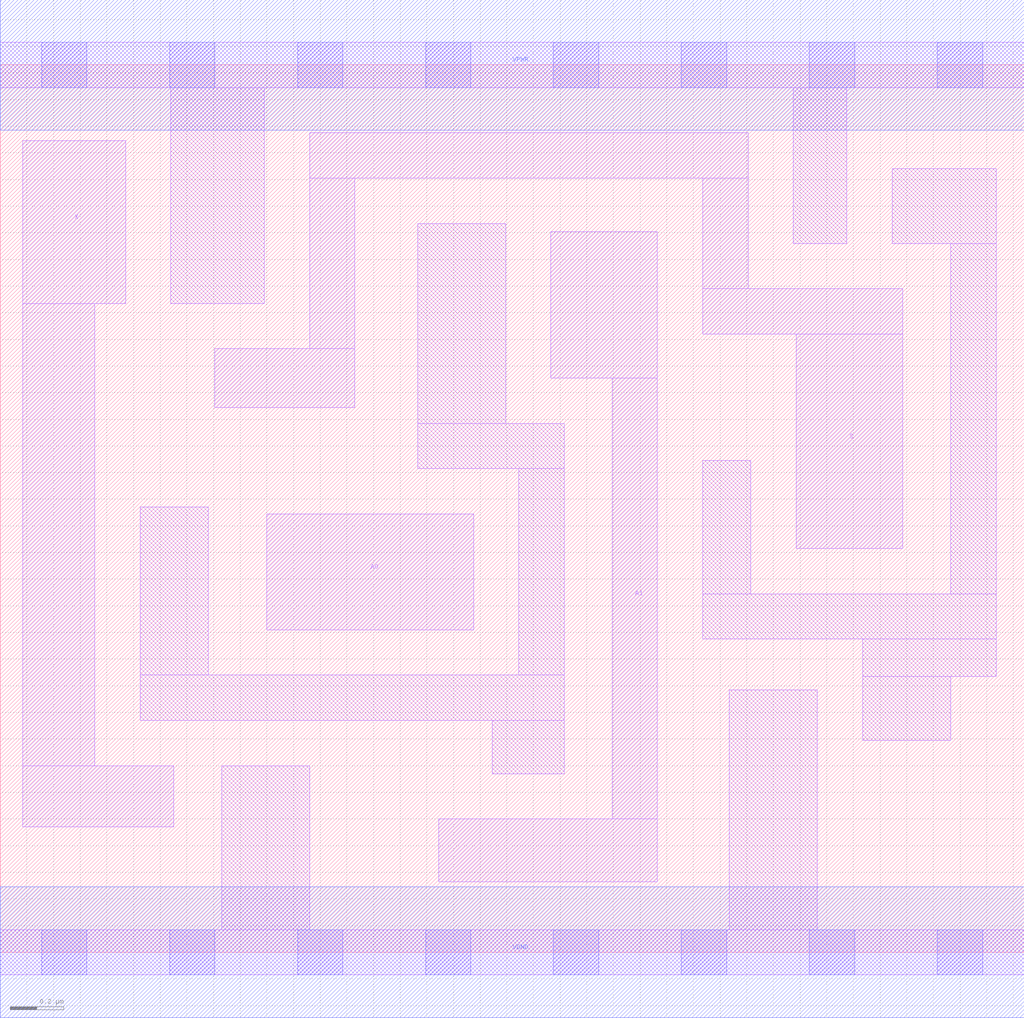
<source format=lef>
# Copyright 2020 The SkyWater PDK Authors
#
# Licensed under the Apache License, Version 2.0 (the "License");
# you may not use this file except in compliance with the License.
# You may obtain a copy of the License at
#
#     https://www.apache.org/licenses/LICENSE-2.0
#
# Unless required by applicable law or agreed to in writing, software
# distributed under the License is distributed on an "AS IS" BASIS,
# WITHOUT WARRANTIES OR CONDITIONS OF ANY KIND, either express or implied.
# See the License for the specific language governing permissions and
# limitations under the License.
#
# SPDX-License-Identifier: Apache-2.0

VERSION 5.7 ;
  NOWIREEXTENSIONATPIN ON ;
  DIVIDERCHAR "/" ;
  BUSBITCHARS "[]" ;
UNITS
  DATABASE MICRONS 200 ;
END UNITS
MACRO sky130_fd_sc_lp__mux2_0
  CLASS CORE ;
  FOREIGN sky130_fd_sc_lp__mux2_0 ;
  ORIGIN  0.000000  0.000000 ;
  SIZE  3.840000 BY  3.330000 ;
  SYMMETRY X Y R90 ;
  SITE unit ;
  PIN A0
    ANTENNAGATEAREA  0.126000 ;
    DIRECTION INPUT ;
    USE SIGNAL ;
    PORT
      LAYER li1 ;
        RECT 1.000000 1.210000 1.775000 1.645000 ;
    END
  END A0
  PIN A1
    ANTENNAGATEAREA  0.126000 ;
    DIRECTION INPUT ;
    USE SIGNAL ;
    PORT
      LAYER li1 ;
        RECT 1.645000 0.265000 2.465000 0.500000 ;
        RECT 2.065000 2.155000 2.465000 2.705000 ;
        RECT 2.295000 0.500000 2.465000 2.155000 ;
    END
  END A1
  PIN S
    ANTENNAGATEAREA  0.252000 ;
    DIRECTION INPUT ;
    USE SIGNAL ;
    PORT
      LAYER li1 ;
        RECT 0.805000 2.045000 1.330000 2.265000 ;
        RECT 1.160000 2.265000 1.330000 2.905000 ;
        RECT 1.160000 2.905000 2.805000 3.075000 ;
        RECT 2.635000 2.320000 3.385000 2.490000 ;
        RECT 2.635000 2.490000 2.805000 2.905000 ;
        RECT 2.985000 1.515000 3.385000 2.320000 ;
    END
  END S
  PIN X
    ANTENNADIFFAREA  0.289300 ;
    DIRECTION OUTPUT ;
    USE SIGNAL ;
    PORT
      LAYER li1 ;
        RECT 0.085000 0.470000 0.650000 0.700000 ;
        RECT 0.085000 0.700000 0.355000 2.435000 ;
        RECT 0.085000 2.435000 0.470000 3.045000 ;
    END
  END X
  PIN VGND
    DIRECTION INOUT ;
    USE GROUND ;
    PORT
      LAYER met1 ;
        RECT 0.000000 -0.245000 3.840000 0.245000 ;
    END
  END VGND
  PIN VPWR
    DIRECTION INOUT ;
    USE POWER ;
    PORT
      LAYER met1 ;
        RECT 0.000000 3.085000 3.840000 3.575000 ;
    END
  END VPWR
  OBS
    LAYER li1 ;
      RECT 0.000000 -0.085000 3.840000 0.085000 ;
      RECT 0.000000  3.245000 3.840000 3.415000 ;
      RECT 0.525000  0.870000 2.115000 1.040000 ;
      RECT 0.525000  1.040000 0.780000 1.670000 ;
      RECT 0.640000  2.435000 0.990000 3.245000 ;
      RECT 0.830000  0.085000 1.160000 0.700000 ;
      RECT 1.565000  1.815000 2.115000 1.985000 ;
      RECT 1.565000  1.985000 1.895000 2.735000 ;
      RECT 1.845000  0.670000 2.115000 0.870000 ;
      RECT 1.945000  1.040000 2.115000 1.815000 ;
      RECT 2.635000  1.175000 3.735000 1.345000 ;
      RECT 2.635000  1.345000 2.815000 1.845000 ;
      RECT 2.735000  0.085000 3.065000 0.985000 ;
      RECT 2.975000  2.660000 3.175000 3.245000 ;
      RECT 3.235000  0.795000 3.565000 1.035000 ;
      RECT 3.235000  1.035000 3.735000 1.175000 ;
      RECT 3.345000  2.660000 3.735000 2.940000 ;
      RECT 3.565000  1.345000 3.735000 2.660000 ;
    LAYER mcon ;
      RECT 0.155000 -0.085000 0.325000 0.085000 ;
      RECT 0.155000  3.245000 0.325000 3.415000 ;
      RECT 0.635000 -0.085000 0.805000 0.085000 ;
      RECT 0.635000  3.245000 0.805000 3.415000 ;
      RECT 1.115000 -0.085000 1.285000 0.085000 ;
      RECT 1.115000  3.245000 1.285000 3.415000 ;
      RECT 1.595000 -0.085000 1.765000 0.085000 ;
      RECT 1.595000  3.245000 1.765000 3.415000 ;
      RECT 2.075000 -0.085000 2.245000 0.085000 ;
      RECT 2.075000  3.245000 2.245000 3.415000 ;
      RECT 2.555000 -0.085000 2.725000 0.085000 ;
      RECT 2.555000  3.245000 2.725000 3.415000 ;
      RECT 3.035000 -0.085000 3.205000 0.085000 ;
      RECT 3.035000  3.245000 3.205000 3.415000 ;
      RECT 3.515000 -0.085000 3.685000 0.085000 ;
      RECT 3.515000  3.245000 3.685000 3.415000 ;
  END
END sky130_fd_sc_lp__mux2_0
END LIBRARY

</source>
